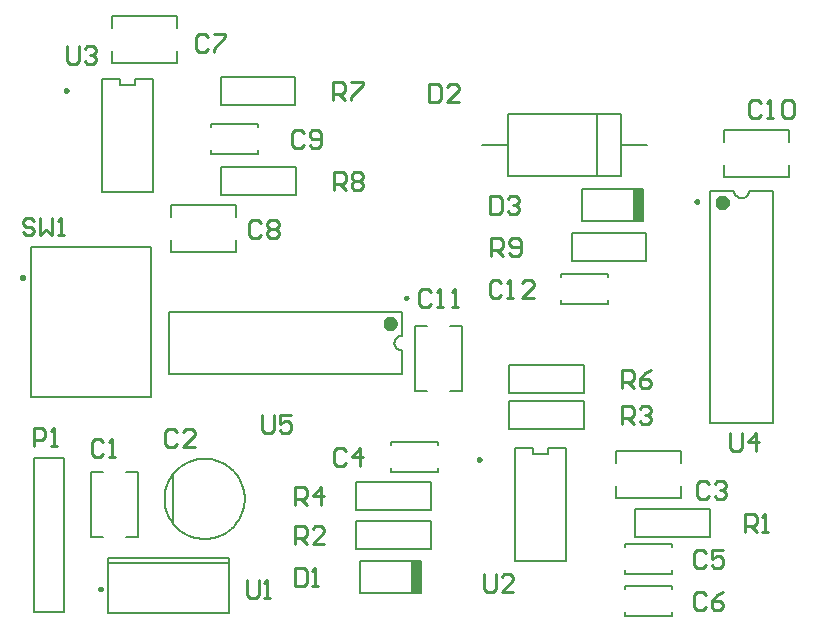
<source format=gto>
%FSTAX23Y23*%
%MOIN*%
%SFA1B1*%

%IPPOS*%
%ADD10C,0.023620*%
%ADD11C,0.009840*%
%ADD12C,0.007870*%
%ADD13C,0.005910*%
%ADD14C,0.010000*%
%ADD15R,0.037360X0.106980*%
%LNtachometer-board-1*%
%LPD*%
G54D10*
X0129Y01024D02*
D01*
X0129Y01025*
X0129Y01026*
X01289Y01027*
X01289Y01028*
X01289Y01028*
X01289Y01029*
X01288Y0103*
X01288Y01031*
X01287Y01031*
X01287Y01032*
X01286Y01033*
X01286Y01033*
X01285Y01034*
X01285Y01034*
X01284Y01035*
X01283Y01035*
X01282Y01035*
X01282Y01036*
X01281Y01036*
X0128Y01036*
X01279Y01036*
X01278Y01036*
X01278*
X01277Y01036*
X01276Y01036*
X01275Y01036*
X01274Y01036*
X01274Y01035*
X01273Y01035*
X01272Y01035*
X01271Y01034*
X01271Y01034*
X0127Y01033*
X01269Y01033*
X01269Y01032*
X01268Y01031*
X01268Y01031*
X01268Y0103*
X01267Y01029*
X01267Y01028*
X01267Y01028*
X01266Y01027*
X01266Y01026*
X01266Y01025*
X01266Y01024*
X01266Y01024*
X01266Y01023*
X01266Y01022*
X01267Y01021*
X01267Y0102*
X01267Y0102*
X01268Y01019*
X01268Y01018*
X01268Y01018*
X01269Y01017*
X01269Y01016*
X0127Y01016*
X01271Y01015*
X01271Y01015*
X01272Y01014*
X01273Y01014*
X01274Y01014*
X01274Y01013*
X01275Y01013*
X01276Y01013*
X01277Y01013*
X01278Y01013*
X01278*
X01279Y01013*
X0128Y01013*
X01281Y01013*
X01282Y01013*
X01282Y01014*
X01283Y01014*
X01284Y01014*
X01285Y01015*
X01285Y01015*
X01286Y01016*
X01286Y01016*
X01287Y01017*
X01287Y01018*
X01288Y01018*
X01288Y01019*
X01289Y0102*
X01289Y0102*
X01289Y01021*
X01289Y01022*
X0129Y01023*
X0129Y01024*
X0129Y01024*
X02396Y01428D02*
D01*
X02396Y01429*
X02396Y0143*
X02396Y0143*
X02396Y01431*
X02396Y01432*
X02395Y01433*
X02395Y01433*
X02395Y01434*
X02394Y01435*
X02394Y01436*
X02393Y01436*
X02392Y01437*
X02392Y01437*
X02391Y01438*
X0239Y01438*
X0239Y01439*
X02389Y01439*
X02388Y01439*
X02387Y01439*
X02387Y0144*
X02386Y0144*
X02385Y0144*
X02384*
X02383Y0144*
X02382Y0144*
X02382Y01439*
X02381Y01439*
X0238Y01439*
X02379Y01439*
X02379Y01438*
X02378Y01438*
X02377Y01437*
X02377Y01437*
X02376Y01436*
X02375Y01436*
X02375Y01435*
X02375Y01434*
X02374Y01433*
X02374Y01433*
X02373Y01432*
X02373Y01431*
X02373Y0143*
X02373Y0143*
X02373Y01429*
X02373Y01428*
X02373Y01427*
X02373Y01426*
X02373Y01425*
X02373Y01425*
X02373Y01424*
X02374Y01423*
X02374Y01422*
X02375Y01422*
X02375Y01421*
X02375Y0142*
X02376Y0142*
X02377Y01419*
X02377Y01419*
X02378Y01418*
X02379Y01418*
X02379Y01417*
X0238Y01417*
X02381Y01417*
X02382Y01416*
X02382Y01416*
X02383Y01416*
X02384Y01416*
X02385*
X02386Y01416*
X02387Y01416*
X02387Y01416*
X02388Y01417*
X02389Y01417*
X0239Y01417*
X0239Y01418*
X02391Y01418*
X02392Y01419*
X02392Y01419*
X02393Y0142*
X02394Y0142*
X02394Y01421*
X02395Y01422*
X02395Y01422*
X02395Y01423*
X02396Y01424*
X02396Y01425*
X02396Y01425*
X02396Y01426*
X02396Y01427*
X02396Y01428*
G54D11*
X01336Y0111D02*
D01*
X01336Y0111*
X01336Y0111*
X01335Y01111*
X01335Y01111*
X01335Y01111*
X01335Y01112*
X01335Y01112*
X01335Y01112*
X01335Y01112*
X01334Y01113*
X01334Y01113*
X01334Y01113*
X01334Y01113*
X01333Y01114*
X01333Y01114*
X01333Y01114*
X01333Y01114*
X01332Y01114*
X01332Y01114*
X01332Y01114*
X01331Y01114*
X01331Y01114*
X01331*
X0133Y01114*
X0133Y01114*
X01329Y01114*
X01329Y01114*
X01329Y01114*
X01329Y01114*
X01328Y01114*
X01328Y01114*
X01328Y01113*
X01327Y01113*
X01327Y01113*
X01327Y01113*
X01327Y01112*
X01327Y01112*
X01326Y01112*
X01326Y01112*
X01326Y01111*
X01326Y01111*
X01326Y01111*
X01326Y0111*
X01326Y0111*
X01326Y0111*
X01326Y01109*
X01326Y01109*
X01326Y01108*
X01326Y01108*
X01326Y01108*
X01326Y01107*
X01326Y01107*
X01327Y01107*
X01327Y01107*
X01327Y01106*
X01327Y01106*
X01327Y01106*
X01328Y01106*
X01328Y01105*
X01328Y01105*
X01329Y01105*
X01329Y01105*
X01329Y01105*
X01329Y01105*
X0133Y01105*
X0133Y01105*
X01331Y01105*
X01331*
X01331Y01105*
X01332Y01105*
X01332Y01105*
X01332Y01105*
X01333Y01105*
X01333Y01105*
X01333Y01105*
X01333Y01105*
X01334Y01106*
X01334Y01106*
X01334Y01106*
X01334Y01106*
X01335Y01107*
X01335Y01107*
X01335Y01107*
X01335Y01107*
X01335Y01108*
X01335Y01108*
X01335Y01108*
X01336Y01109*
X01336Y01109*
X01336Y0111*
X00203Y01801D02*
D01*
X00203Y01802*
X00203Y01802*
X00203Y01802*
X00202Y01803*
X00202Y01803*
X00202Y01803*
X00202Y01804*
X00202Y01804*
X00202Y01804*
X00201Y01805*
X00201Y01805*
X00201Y01805*
X00201Y01805*
X002Y01806*
X002Y01806*
X002Y01806*
X002Y01806*
X00199Y01806*
X00199Y01806*
X00199Y01806*
X00198Y01806*
X00198Y01806*
X00198*
X00197Y01806*
X00197Y01806*
X00196Y01806*
X00196Y01806*
X00196Y01806*
X00196Y01806*
X00195Y01806*
X00195Y01806*
X00195Y01805*
X00194Y01805*
X00194Y01805*
X00194Y01805*
X00194Y01804*
X00194Y01804*
X00193Y01804*
X00193Y01803*
X00193Y01803*
X00193Y01803*
X00193Y01802*
X00193Y01802*
X00193Y01802*
X00193Y01801*
X00193Y01801*
X00193Y01801*
X00193Y018*
X00193Y018*
X00193Y018*
X00193Y01799*
X00193Y01799*
X00194Y01799*
X00194Y01799*
X00194Y01798*
X00194Y01798*
X00194Y01798*
X00195Y01798*
X00195Y01797*
X00195Y01797*
X00196Y01797*
X00196Y01797*
X00196Y01797*
X00196Y01797*
X00197Y01797*
X00197Y01797*
X00198Y01797*
X00198*
X00198Y01797*
X00199Y01797*
X00199Y01797*
X00199Y01797*
X002Y01797*
X002Y01797*
X002Y01797*
X002Y01797*
X00201Y01798*
X00201Y01798*
X00201Y01798*
X00201Y01798*
X00202Y01799*
X00202Y01799*
X00202Y01799*
X00202Y01799*
X00202Y018*
X00202Y018*
X00203Y018*
X00203Y01801*
X00203Y01801*
X00203Y01801*
X00057Y01177D02*
D01*
X00057Y01177*
X00057Y01178*
X00057Y01178*
X00057Y01178*
X00057Y01179*
X00057Y01179*
X00056Y01179*
X00056Y0118*
X00056Y0118*
X00056Y0118*
X00056Y01181*
X00055Y01181*
X00055Y01181*
X00055Y01181*
X00055Y01181*
X00054Y01182*
X00054Y01182*
X00054Y01182*
X00053Y01182*
X00053Y01182*
X00053Y01182*
X00052Y01182*
X00052*
X00052Y01182*
X00051Y01182*
X00051Y01182*
X00051Y01182*
X0005Y01182*
X0005Y01182*
X0005Y01181*
X00049Y01181*
X00049Y01181*
X00049Y01181*
X00049Y01181*
X00048Y0118*
X00048Y0118*
X00048Y0118*
X00048Y01179*
X00048Y01179*
X00047Y01179*
X00047Y01178*
X00047Y01178*
X00047Y01178*
X00047Y01177*
X00047Y01177*
X00047Y01177*
X00047Y01176*
X00047Y01176*
X00047Y01176*
X00047Y01175*
X00048Y01175*
X00048Y01175*
X00048Y01175*
X00048Y01174*
X00048Y01174*
X00049Y01174*
X00049Y01173*
X00049Y01173*
X00049Y01173*
X0005Y01173*
X0005Y01173*
X0005Y01173*
X00051Y01172*
X00051Y01172*
X00051Y01172*
X00052Y01172*
X00052Y01172*
X00052*
X00053Y01172*
X00053Y01172*
X00053Y01172*
X00054Y01172*
X00054Y01173*
X00054Y01173*
X00055Y01173*
X00055Y01173*
X00055Y01173*
X00055Y01173*
X00056Y01174*
X00056Y01174*
X00056Y01174*
X00056Y01175*
X00056Y01175*
X00057Y01175*
X00057Y01175*
X00057Y01176*
X00057Y01176*
X00057Y01176*
X00057Y01177*
X00057Y01177*
X0158Y00571D02*
D01*
X0158Y00572*
X0158Y00572*
X0158Y00572*
X0158Y00573*
X01579Y00573*
X01579Y00573*
X01579Y00574*
X01579Y00574*
X01579Y00574*
X01579Y00575*
X01578Y00575*
X01578Y00575*
X01578Y00575*
X01578Y00576*
X01577Y00576*
X01577Y00576*
X01577Y00576*
X01576Y00576*
X01576Y00576*
X01576Y00576*
X01575Y00576*
X01575Y00576*
X01575*
X01574Y00576*
X01574Y00576*
X01574Y00576*
X01573Y00576*
X01573Y00576*
X01573Y00576*
X01572Y00576*
X01572Y00576*
X01572Y00575*
X01571Y00575*
X01571Y00575*
X01571Y00575*
X01571Y00574*
X01571Y00574*
X0157Y00574*
X0157Y00573*
X0157Y00573*
X0157Y00573*
X0157Y00572*
X0157Y00572*
X0157Y00572*
X0157Y00571*
X0157Y00571*
X0157Y00571*
X0157Y0057*
X0157Y0057*
X0157Y0057*
X0157Y00569*
X0157Y00569*
X01571Y00569*
X01571Y00569*
X01571Y00568*
X01571Y00568*
X01571Y00568*
X01572Y00568*
X01572Y00567*
X01572Y00567*
X01573Y00567*
X01573Y00567*
X01573Y00567*
X01574Y00567*
X01574Y00567*
X01574Y00567*
X01575Y00567*
X01575*
X01575Y00567*
X01576Y00567*
X01576Y00567*
X01576Y00567*
X01577Y00567*
X01577Y00567*
X01577Y00567*
X01578Y00567*
X01578Y00568*
X01578Y00568*
X01578Y00568*
X01579Y00568*
X01579Y00569*
X01579Y00569*
X01579Y00569*
X01579Y00569*
X01579Y0057*
X0158Y0057*
X0158Y0057*
X0158Y00571*
X0158Y00571*
X0158Y00571*
X02304Y01431D02*
D01*
X02304Y01431*
X02304Y01431*
X02304Y01432*
X02304Y01432*
X02304Y01432*
X02304Y01433*
X02304Y01433*
X02304Y01433*
X02303Y01434*
X02303Y01434*
X02303Y01434*
X02303Y01434*
X02303Y01435*
X02302Y01435*
X02302Y01435*
X02302Y01435*
X02301Y01435*
X02301Y01435*
X02301Y01435*
X023Y01436*
X023Y01436*
X023Y01436*
X02299*
X02299Y01436*
X02299Y01436*
X02298Y01435*
X02298Y01435*
X02298Y01435*
X02297Y01435*
X02297Y01435*
X02297Y01435*
X02296Y01435*
X02296Y01434*
X02296Y01434*
X02296Y01434*
X02296Y01434*
X02295Y01433*
X02295Y01433*
X02295Y01433*
X02295Y01432*
X02295Y01432*
X02295Y01432*
X02295Y01431*
X02295Y01431*
X02295Y01431*
X02295Y0143*
X02295Y0143*
X02295Y0143*
X02295Y01429*
X02295Y01429*
X02295Y01429*
X02295Y01428*
X02295Y01428*
X02296Y01428*
X02296Y01428*
X02296Y01427*
X02296Y01427*
X02296Y01427*
X02297Y01427*
X02297Y01426*
X02297Y01426*
X02298Y01426*
X02298Y01426*
X02298Y01426*
X02299Y01426*
X02299Y01426*
X02299Y01426*
X023*
X023Y01426*
X023Y01426*
X02301Y01426*
X02301Y01426*
X02301Y01426*
X02302Y01426*
X02302Y01426*
X02302Y01427*
X02303Y01427*
X02303Y01427*
X02303Y01427*
X02303Y01428*
X02303Y01428*
X02304Y01428*
X02304Y01428*
X02304Y01429*
X02304Y01429*
X02304Y01429*
X02304Y0143*
X02304Y0143*
X02304Y0143*
X02304Y01431*
X00318Y0014D02*
D01*
X00318Y0014*
X00318Y0014*
X00318Y00141*
X00318Y00141*
X00318Y00141*
X00318Y00142*
X00317Y00142*
X00317Y00142*
X00317Y00142*
X00317Y00143*
X00317Y00143*
X00316Y00143*
X00316Y00143*
X00316Y00144*
X00316Y00144*
X00315Y00144*
X00315Y00144*
X00315Y00144*
X00314Y00144*
X00314Y00144*
X00314Y00144*
X00313Y00144*
X00313*
X00313Y00144*
X00312Y00144*
X00312Y00144*
X00312Y00144*
X00311Y00144*
X00311Y00144*
X00311Y00144*
X0031Y00144*
X0031Y00143*
X0031Y00143*
X0031Y00143*
X00309Y00143*
X00309Y00142*
X00309Y00142*
X00309Y00142*
X00309Y00142*
X00308Y00141*
X00308Y00141*
X00308Y00141*
X00308Y0014*
X00308Y0014*
X00308Y0014*
X00308Y00139*
X00308Y00139*
X00308Y00138*
X00308Y00138*
X00308Y00138*
X00309Y00137*
X00309Y00137*
X00309Y00137*
X00309Y00137*
X00309Y00136*
X0031Y00136*
X0031Y00136*
X0031Y00136*
X0031Y00135*
X00311Y00135*
X00311Y00135*
X00311Y00135*
X00312Y00135*
X00312Y00135*
X00312Y00135*
X00313Y00135*
X00313Y00135*
X00313*
X00314Y00135*
X00314Y00135*
X00314Y00135*
X00315Y00135*
X00315Y00135*
X00315Y00135*
X00316Y00135*
X00316Y00135*
X00316Y00136*
X00316Y00136*
X00317Y00136*
X00317Y00136*
X00317Y00137*
X00317Y00137*
X00317Y00137*
X00318Y00137*
X00318Y00138*
X00318Y00138*
X00318Y00138*
X00318Y00139*
X00318Y00139*
X00318Y0014*
G54D12*
X01317Y00985D02*
D01*
X01316Y00984*
X01314Y00984*
X01312Y00984*
X0131Y00984*
X01309Y00983*
X01307Y00982*
X01306Y00982*
X01304Y00981*
X01303Y0098*
X01301Y00979*
X013Y00977*
X01299Y00976*
X01298Y00975*
X01297Y00973*
X01296Y00972*
X01295Y0097*
X01294Y00969*
X01294Y00967*
X01293Y00966*
X01293Y00964*
X01292Y00962*
X01292Y0096*
Y00959*
X01292Y00957*
X01293Y00955*
X01293Y00953*
X01294Y00952*
X01294Y0095*
X01295Y00949*
X01296Y00947*
X01297Y00946*
X01298Y00944*
X01299Y00943*
X013Y00942*
X01301Y0094*
X01303Y00939*
X01304Y00938*
X01306Y00937*
X01307Y00937*
X01309Y00936*
X0131Y00935*
X01312Y00935*
X01314Y00935*
X01316Y00935*
X01317Y00935*
X02425Y01467D02*
D01*
X02425Y01466*
X02425Y01464*
X02425Y01462*
X02425Y0146*
X02426Y01459*
X02427Y01457*
X02427Y01456*
X02428Y01454*
X02429Y01453*
X0243Y01451*
X02432Y0145*
X02433Y01449*
X02434Y01448*
X02436Y01447*
X02437Y01446*
X02439Y01445*
X0244Y01444*
X02442Y01444*
X02443Y01443*
X02445Y01443*
X02447Y01442*
X02449Y01442*
X0245*
X02452Y01442*
X02454Y01443*
X02456Y01443*
X02457Y01444*
X02459Y01444*
X0246Y01445*
X02462Y01446*
X02463Y01447*
X02465Y01448*
X02466Y01449*
X02467Y0145*
X02469Y01451*
X0247Y01453*
X02471Y01454*
X02472Y01456*
X02472Y01457*
X02473Y01459*
X02474Y0146*
X02474Y01462*
X02474Y01464*
X02474Y01466*
X02475Y01467*
X00542Y00855D02*
Y01064D01*
X01317Y00855D02*
Y00935D01*
Y00985D02*
Y01064D01*
X00542Y00855D02*
X01317D01*
X00542Y01064D02*
X01317D01*
X00317Y01838D02*
X00378D01*
Y01819D02*
Y01838D01*
Y01819D02*
X00427D01*
Y01838*
X00488*
Y01461D02*
Y01838D01*
X00317Y01461D02*
X00488D01*
X00317D02*
Y01838D01*
X00964Y01452D02*
Y01547D01*
X00715Y01452D02*
X00964D01*
X00715Y01547D02*
X00964D01*
X00715Y01452D02*
Y01547D01*
X00681Y01678D02*
Y01689D01*
Y0159D02*
Y01601D01*
Y0159D02*
X00838D01*
Y01678D02*
Y01689D01*
Y0159D02*
Y01601D01*
X00681Y01689D02*
X00838D01*
X0008Y0128D02*
X0048D01*
X0008Y0078D02*
Y0128D01*
Y0078D02*
X0048D01*
Y0128*
X00568Y01891D02*
Y01931D01*
Y02008D02*
Y02048D01*
X00351D02*
X00568D01*
X00351Y01891D02*
Y01931D01*
Y02008D02*
Y02048D01*
Y01891D02*
X00568D01*
X00713Y01752D02*
Y01847D01*
X00961*
X00713Y01752D02*
X00961D01*
Y01847*
X01361Y008D02*
X01401D01*
X01478D02*
X01518D01*
Y01016*
X01361D02*
X01401D01*
X01478D02*
X01518D01*
X01361Y008D02*
Y01016D01*
X00549Y01379D02*
Y01419D01*
Y01262D02*
Y01302D01*
Y01262D02*
X00765D01*
Y01379D02*
Y01419D01*
Y01262D02*
Y01302D01*
X00549Y01419D02*
X00765D01*
X01675Y00792D02*
Y00887D01*
X01924*
X01675Y00792D02*
X01924D01*
Y00887*
X01694Y00608D02*
X01755D01*
Y00589D02*
Y00608D01*
Y00589D02*
X01804D01*
Y00608*
X01865*
Y00231D02*
Y00608D01*
X01694Y00231D02*
X01865D01*
X01694D02*
Y00608D01*
X01281Y00618D02*
Y00629D01*
Y0053D02*
Y00541D01*
Y0053D02*
X01438D01*
Y00618D02*
Y00629D01*
Y0053D02*
Y00541D01*
X01281Y00629D02*
X01438D01*
X01924Y00672D02*
Y00767D01*
X01675Y00672D02*
X01924D01*
X01675Y00767D02*
X01924D01*
X01675Y00672D02*
Y00767D01*
X02061Y00138D02*
Y00149D01*
Y0005D02*
Y00061D01*
Y0005D02*
X02218D01*
Y00138D02*
Y00149D01*
Y0005D02*
Y00061D01*
X02061Y00149D02*
X02218D01*
X02344Y00312D02*
Y00407D01*
X02095Y00312D02*
X02344D01*
X02095Y00407D02*
X02344D01*
X02095Y00312D02*
Y00407D01*
X02061Y00278D02*
Y00289D01*
Y0019D02*
Y00201D01*
Y0019D02*
X02218D01*
Y00278D02*
Y00289D01*
Y0019D02*
Y00201D01*
X02061Y00289D02*
X02218D01*
X01177Y00233D02*
X01382D01*
X01177Y00126D02*
Y00233D01*
Y00126D02*
X01382D01*
Y00233*
X01165Y00402D02*
Y00497D01*
X01414*
X01165Y00402D02*
X01414D01*
Y00497*
Y00272D02*
Y00367D01*
X01165Y00272D02*
X01414D01*
X01165Y00367D02*
X01414D01*
X01165Y00272D02*
Y00367D01*
X02031Y00558D02*
Y00598D01*
Y00441D02*
Y00481D01*
Y00441D02*
X02248D01*
Y00558D02*
Y00598D01*
Y00441D02*
Y00481D01*
X02031Y00598D02*
X02248D01*
X02345Y00692D02*
X02554D01*
X02475Y01467D02*
X02554D01*
X02345D02*
X02425D01*
X02554Y00692D02*
Y01467D01*
X02345Y00692D02*
Y01467D01*
X00339Y00225D02*
X0074D01*
X00339Y00244D02*
X0074D01*
X00339Y00059D02*
X0074D01*
Y00244*
X00339Y00059D02*
Y00244D01*
X01917Y01473D02*
X02122D01*
X01917Y01366D02*
Y01473D01*
Y01366D02*
X02122D01*
Y01473*
X02131Y01232D02*
Y01327D01*
X01883Y01232D02*
X02131D01*
X01883Y01327D02*
X02131D01*
X01883Y01232D02*
Y01327D01*
X02003Y0109D02*
Y01101D01*
Y01178D02*
Y01189D01*
X01846D02*
X02003D01*
X01846Y0109D02*
Y01101D01*
Y01178D02*
Y01189D01*
Y0109D02*
X02003D01*
X02608Y01511D02*
Y01551D01*
Y01628D02*
Y01668D01*
X02391D02*
X02608D01*
X02391Y01511D02*
Y01551D01*
Y01628D02*
Y01668D01*
Y01511D02*
X02608D01*
X00555Y00361D02*
Y00518D01*
X00281Y00311D02*
X00321D01*
X00398D02*
X00438D01*
Y00528*
X00281D02*
X00321D01*
X00398D02*
X00438D01*
X00281Y00311D02*
Y00528D01*
X01966Y01521D02*
Y01718D01*
X01584Y0162D02*
X01672D01*
X02047D02*
X02135D01*
X02047Y01515D02*
Y01724D01*
X01672D02*
X02047D01*
X01672Y01515D02*
Y01724D01*
Y01515D02*
X02047D01*
X0009Y00577D02*
X0019D01*
Y00062D02*
Y00577D01*
X0009Y00062D02*
X0019D01*
X0009D02*
Y00577D01*
G54D13*
X00793Y0044D02*
D01*
X00793Y00449*
X00792Y00458*
X0079Y00467*
X00788Y00476*
X00785Y00485*
X00782Y00494*
X00778Y00502*
X00773Y0051*
X00768Y00518*
X00762Y00526*
X00756Y00532*
X00749Y00539*
X00742Y00545*
X00734Y0055*
X00726Y00555*
X00718Y0056*
X0071Y00564*
X00701Y00567*
X00692Y00569*
X00683Y00571*
X00673Y00573*
X00664Y00573*
X00655*
X00646Y00573*
X00636Y00571*
X00627Y00569*
X00618Y00567*
X00609Y00564*
X00601Y0056*
X00593Y00555*
X00585Y0055*
X00577Y00545*
X0057Y00539*
X00563Y00532*
X00557Y00526*
X00551Y00518*
X00546Y0051*
X00541Y00502*
X00537Y00494*
X00534Y00485*
X00531Y00476*
X00529Y00467*
X00527Y00458*
X00526Y00449*
X00526Y0044*
X00526Y0043*
X00527Y00421*
X00529Y00412*
X00531Y00403*
X00534Y00394*
X00537Y00385*
X00541Y00377*
X00546Y00369*
X00551Y00361*
X00557Y00353*
X00563Y00347*
X0057Y0034*
X00577Y00334*
X00585Y00329*
X00593Y00324*
X00601Y00319*
X00609Y00315*
X00618Y00312*
X00627Y0031*
X00636Y00308*
X00646Y00306*
X00655Y00306*
X00664*
X00673Y00306*
X00683Y00308*
X00692Y0031*
X00701Y00312*
X0071Y00315*
X00718Y00319*
X00726Y00324*
X00734Y00329*
X00742Y00334*
X00749Y0034*
X00756Y00347*
X00762Y00353*
X00768Y00361*
X00773Y00369*
X00778Y00377*
X00782Y00385*
X00785Y00394*
X00788Y00403*
X0079Y00412*
X00792Y00421*
X00793Y0043*
X00793Y0044*
G54D14*
X0085Y00719D02*
Y0067D01*
X0086Y0066*
X0088*
X0089Y0067*
Y00719*
X00949D02*
X0091D01*
Y0069*
X00929Y007*
X00939*
X00949Y0069*
Y0067*
X00939Y0066*
X00919*
X0091Y0067*
X002Y01949D02*
Y019D01*
X0021Y0189*
X0023*
X0024Y019*
Y01949*
X0026Y01939D02*
X00269Y01949D01*
X00289*
X00299Y01939*
Y0193*
X00289Y0192*
X00279*
X00289*
X00299Y0191*
Y019*
X00289Y0189*
X00269*
X0026Y019*
X0109Y0147D02*
Y01529D01*
X0112*
X0113Y01519*
Y015*
X0112Y0149*
X0109*
X0111D02*
X0113Y0147D01*
X0115Y01519D02*
X01159Y01529D01*
X01179*
X01189Y01519*
Y0151*
X01179Y015*
X01189Y0149*
Y0148*
X01179Y0147*
X01159*
X0115Y0148*
Y0149*
X01159Y015*
X0115Y0151*
Y01519*
X01159Y015D02*
X01179D01*
X0099Y01659D02*
X0098Y01669D01*
X0096*
X0095Y01659*
Y0162*
X0096Y0161*
X0098*
X0099Y0162*
X0101D02*
X01019Y0161D01*
X01039*
X01049Y0162*
Y01659*
X01039Y01669*
X01019*
X0101Y01659*
Y0165*
X01019Y0164*
X01049*
X00092Y01367D02*
X00082Y01377D01*
X00063*
X00053Y01367*
Y01357*
X00063Y01347*
X00082*
X00092Y01337*
Y01328*
X00082Y01318*
X00063*
X00053Y01328*
X00112Y01377D02*
Y01318D01*
X00132Y01337*
X00152Y01318*
Y01377*
X00172Y01318D02*
X00192D01*
X00182*
Y01377*
X00172Y01367*
X0067Y01979D02*
X0066Y01989D01*
X0064*
X0063Y01979*
Y0194*
X0064Y0193*
X0066*
X0067Y0194*
X0069Y01989D02*
X00729D01*
Y01979*
X0069Y0194*
Y0193*
X01087Y0177D02*
Y01829D01*
X01117*
X01127Y01819*
Y018*
X01117Y0179*
X01087*
X01107D02*
X01127Y0177D01*
X01147Y01829D02*
X01187D01*
Y01819*
X01147Y0178*
Y0177*
X01415Y01129D02*
X01405Y01139D01*
X01385*
X01375Y01129*
Y0109*
X01385Y0108*
X01405*
X01415Y0109*
X01435Y0108D02*
X01455D01*
X01445*
Y01139*
X01435Y01129*
X01484Y0108D02*
X01504D01*
X01494*
Y01139*
X01484Y01129*
X00847Y0136D02*
X00837Y0137D01*
X00817*
X00807Y0136*
Y0132*
X00817Y0131*
X00837*
X00847Y0132*
X00867Y0136D02*
X00877Y0137D01*
X00897*
X00907Y0136*
Y0135*
X00897Y0134*
X00907Y0133*
Y0132*
X00897Y0131*
X00877*
X00867Y0132*
Y0133*
X00877Y0134*
X00867Y0135*
Y0136*
X00877Y0134D02*
X00897D01*
X0205Y0081D02*
Y00869D01*
X0208*
X0209Y00859*
Y0084*
X0208Y0083*
X0205*
X0207D02*
X0209Y0081D01*
X02149Y00869D02*
X02129Y00859D01*
X0211Y0084*
Y0082*
X02119Y0081*
X02139*
X02149Y0082*
Y0083*
X02139Y0084*
X0211*
X0159Y00189D02*
Y0014D01*
X016Y0013*
X0162*
X0163Y0014*
Y00189*
X01689Y0013D02*
X0165D01*
X01689Y0017*
Y00179*
X01679Y00189*
X01659*
X0165Y00179*
X0113Y00599D02*
X0112Y00609D01*
X011*
X0109Y00599*
Y0056*
X011Y0055*
X0112*
X0113Y0056*
X01179Y0055D02*
Y00609D01*
X0115Y0058*
X01189*
X0205Y0069D02*
Y00749D01*
X0208*
X0209Y00739*
Y0072*
X0208Y0071*
X0205*
X0207D02*
X0209Y0069D01*
X0211Y00739D02*
X02119Y00749D01*
X02139*
X02149Y00739*
Y0073*
X02139Y0072*
X02129*
X02139*
X02149Y0071*
Y007*
X02139Y0069*
X02119*
X0211Y007*
X0233Y00119D02*
X0232Y00129D01*
X023*
X0229Y00119*
Y0008*
X023Y0007*
X0232*
X0233Y0008*
X02389Y00129D02*
X02369Y00119D01*
X0235Y001*
Y0008*
X02359Y0007*
X02379*
X02389Y0008*
Y0009*
X02379Y001*
X0235*
X0246Y0033D02*
Y00389D01*
X0249*
X025Y00379*
Y0036*
X0249Y0035*
X0246*
X0248D02*
X025Y0033D01*
X02519D02*
X02539D01*
X02529*
Y00389*
X02519Y00379*
X0233Y00259D02*
X0232Y00269D01*
X023*
X0229Y00259*
Y0022*
X023Y0021*
X0232*
X0233Y0022*
X02389Y00269D02*
X0235D01*
Y0024*
X02369Y0025*
X02379*
X02389Y0024*
Y0022*
X02379Y0021*
X02359*
X0235Y0022*
X0096Y00209D02*
Y0015D01*
X0099*
X01Y0016*
Y00199*
X0099Y00209*
X0096*
X01019Y0015D02*
X01039D01*
X01029*
Y00209*
X01019Y00199*
X0096Y0042D02*
Y00479D01*
X0099*
X01Y00469*
Y0045*
X0099Y0044*
X0096*
X0098D02*
X01Y0042D01*
X01049D02*
Y00479D01*
X0102Y0045*
X01059*
X0096Y0029D02*
Y00349D01*
X0099*
X01Y00339*
Y0032*
X0099Y0031*
X0096*
X0098D02*
X01Y0029D01*
X01059D02*
X0102D01*
X01059Y0033*
Y00339*
X01049Y00349*
X01029*
X0102Y00339*
X0234Y00489D02*
X0233Y00499D01*
X0231*
X023Y00489*
Y0045*
X0231Y0044*
X0233*
X0234Y0045*
X0236Y00489D02*
X02369Y00499D01*
X02389*
X02399Y00489*
Y0048*
X02389Y0047*
X02379*
X02389*
X02399Y0046*
Y0045*
X02389Y0044*
X02369*
X0236Y0045*
X0241Y00659D02*
Y0061D01*
X0242Y006*
X0244*
X0245Y0061*
Y00659*
X02499Y006D02*
Y00659D01*
X0247Y0063*
X02509*
X008Y00169D02*
Y0012D01*
X0081Y0011*
X0083*
X0084Y0012*
Y00169*
X00859Y0011D02*
X00879D01*
X00869*
Y00169*
X00859Y00159*
X0161Y01449D02*
Y0139D01*
X0164*
X0165Y014*
Y01439*
X0164Y01449*
X0161*
X0167Y01439D02*
X01679Y01449D01*
X01699*
X01709Y01439*
Y0143*
X01699Y0142*
X01689*
X01699*
X01709Y0141*
Y014*
X01699Y0139*
X01679*
X0167Y014*
X01614Y0125D02*
Y01309D01*
X01644*
X01654Y01299*
Y0128*
X01644Y0127*
X01614*
X01634D02*
X01654Y0125D01*
X01674Y0126D02*
X01684Y0125D01*
X01704*
X01714Y0126*
Y01299*
X01704Y01309*
X01684*
X01674Y01299*
Y0129*
X01684Y0128*
X01714*
X01649Y01159D02*
X01639Y01169D01*
X0162*
X0161Y01159*
Y0112*
X0162Y0111*
X01639*
X01649Y0112*
X01669Y0111D02*
X01689D01*
X01679*
Y01169*
X01669Y01159*
X01759Y0111D02*
X01719D01*
X01759Y0115*
Y01159*
X01749Y01169*
X01729*
X01719Y01159*
X02515Y01759D02*
X02505Y01769D01*
X02485*
X02475Y01759*
Y0172*
X02485Y0171*
X02505*
X02515Y0172*
X02535Y0171D02*
X02555D01*
X02545*
Y01769*
X02535Y01759*
X02584D02*
X02594Y01769D01*
X02614*
X02624Y01759*
Y0172*
X02614Y0171*
X02594*
X02584Y0172*
Y01759*
X00567Y00661D02*
X00557Y00671D01*
X00538*
X00528Y00661*
Y00622*
X00538Y00612*
X00557*
X00567Y00622*
X00627Y00612D02*
X00587D01*
X00627Y00651*
Y00661*
X00617Y00671*
X00597*
X00587Y00661*
X00322Y00629D02*
X00312Y00639D01*
X00293*
X00283Y00629*
Y0059*
X00293Y0058*
X00312*
X00322Y0059*
X00342Y0058D02*
X00362D01*
X00352*
Y00639*
X00342Y00629*
X01407Y01821D02*
Y01762D01*
X01436*
X01446Y01772*
Y01811*
X01436Y01821*
X01407*
X01506Y01762D02*
X01466D01*
X01506Y01801*
Y01811*
X01496Y01821*
X01476*
X01466Y01811*
X0009Y00617D02*
Y00676D01*
X00119*
X00129Y00666*
Y00646*
X00119Y00636*
X0009*
X00149Y00617D02*
X00169D01*
X00159*
Y00676*
X00149Y00666*
G54D15*
X01363Y0018D03*
X02103Y0142D03*
M02*
</source>
